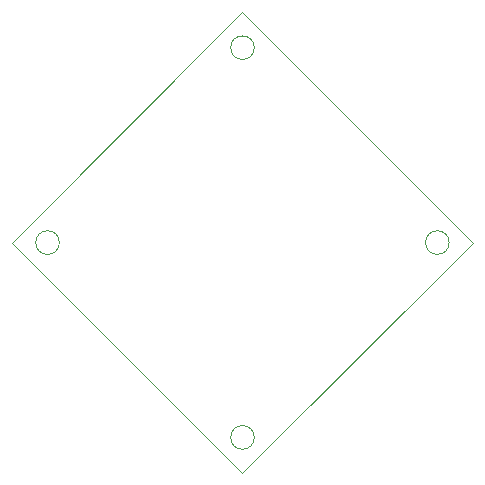
<source format=gm1>
%TF.GenerationSoftware,KiCad,Pcbnew,(6.0.9)*%
%TF.CreationDate,2023-04-13T12:37:24+10:00*%
%TF.ProjectId,Dpadright,44706164-7269-4676-9874-2e6b69636164,rev?*%
%TF.SameCoordinates,PX61094f0PY518a060*%
%TF.FileFunction,Profile,NP*%
%FSLAX46Y46*%
G04 Gerber Fmt 4.6, Leading zero omitted, Abs format (unit mm)*
G04 Created by KiCad (PCBNEW (6.0.9)) date 2023-04-13 12:37:24*
%MOMM*%
%LPD*%
G01*
G04 APERTURE LIST*
%TA.AperFunction,Profile*%
%ADD10C,0.100000*%
%TD*%
G04 APERTURE END LIST*
D10*
X37000000Y0D02*
G75*
G03*
X37000000Y0I-1000000J0D01*
G01*
X20500000Y16500000D02*
G75*
G03*
X20500000Y16500000I-1000000J0D01*
G01*
X19500000Y-19500000D02*
X39000000Y0D01*
X20500000Y-16500000D02*
G75*
G03*
X20500000Y-16500000I-1000000J0D01*
G01*
X4000000Y0D02*
G75*
G03*
X4000000Y0I-1000000J0D01*
G01*
X19500000Y19500000D02*
X0Y0D01*
X0Y0D02*
X19500000Y-19500000D01*
X39000000Y0D02*
X19500000Y19500000D01*
M02*

</source>
